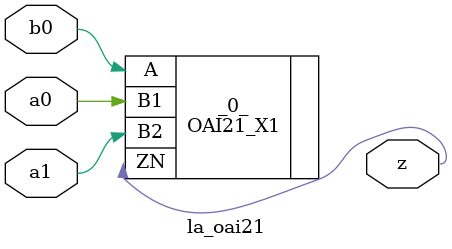
<source format=v>
/* Generated by Yosys 0.37 (git sha1 a5c7f69ed, clang 14.0.0-1ubuntu1.1 -fPIC -Os) */

module la_oai21(a0, a1, b0, z);
  input a0;
  wire a0;
  input a1;
  wire a1;
  input b0;
  wire b0;
  output z;
  wire z;
  OAI21_X1 _0_ (
    .A(b0),
    .B1(a0),
    .B2(a1),
    .ZN(z)
  );
endmodule

</source>
